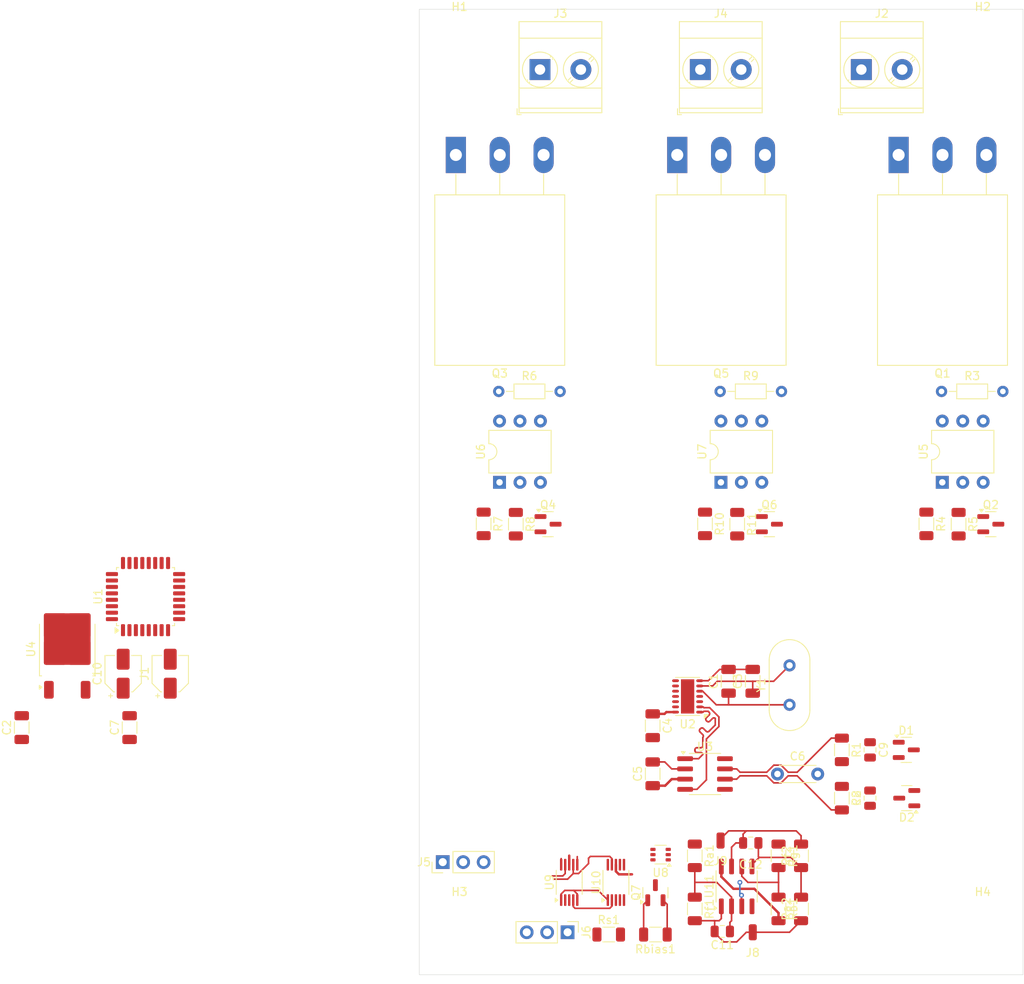
<source format=kicad_pcb>
(kicad_pcb
	(version 20240108)
	(generator "pcbnew")
	(generator_version "8.0")
	(general
		(thickness 1.6)
		(legacy_teardrops no)
	)
	(paper "A4")
	(layers
		(0 "F.Cu" signal)
		(31 "B.Cu" signal)
		(32 "B.Adhes" user "B.Adhesive")
		(33 "F.Adhes" user "F.Adhesive")
		(34 "B.Paste" user)
		(35 "F.Paste" user)
		(36 "B.SilkS" user "B.Silkscreen")
		(37 "F.SilkS" user "F.Silkscreen")
		(38 "B.Mask" user)
		(39 "F.Mask" user)
		(40 "Dwgs.User" user "User.Drawings")
		(41 "Cmts.User" user "User.Comments")
		(42 "Eco1.User" user "User.Eco1")
		(43 "Eco2.User" user "User.Eco2")
		(44 "Edge.Cuts" user)
		(45 "Margin" user)
		(46 "B.CrtYd" user "B.Courtyard")
		(47 "F.CrtYd" user "F.Courtyard")
		(48 "B.Fab" user)
		(49 "F.Fab" user)
		(50 "User.1" user)
		(51 "User.2" user)
		(52 "User.3" user)
		(53 "User.4" user)
		(54 "User.5" user)
		(55 "User.6" user)
		(56 "User.7" user)
		(57 "User.8" user)
		(58 "User.9" user)
	)
	(setup
		(pad_to_mask_clearance 0)
		(allow_soldermask_bridges_in_footprints no)
		(pcbplotparams
			(layerselection 0x00010fc_ffffffff)
			(plot_on_all_layers_selection 0x0000000_00000000)
			(disableapertmacros no)
			(usegerberextensions no)
			(usegerberattributes yes)
			(usegerberadvancedattributes yes)
			(creategerberjobfile yes)
			(dashed_line_dash_ratio 12.000000)
			(dashed_line_gap_ratio 3.000000)
			(svgprecision 4)
			(plotframeref no)
			(viasonmask no)
			(mode 1)
			(useauxorigin no)
			(hpglpennumber 1)
			(hpglpenspeed 20)
			(hpglpendiameter 15.000000)
			(pdf_front_fp_property_popups yes)
			(pdf_back_fp_property_popups yes)
			(dxfpolygonmode yes)
			(dxfimperialunits yes)
			(dxfusepcbnewfont yes)
			(psnegative no)
			(psa4output no)
			(plotreference yes)
			(plotvalue yes)
			(plotfptext yes)
			(plotinvisibletext no)
			(sketchpadsonfab no)
			(subtractmaskfromsilk no)
			(outputformat 1)
			(mirror no)
			(drillshape 1)
			(scaleselection 1)
			(outputdirectory "")
		)
	)
	(net 0 "")
	(net 1 "Net-(U2-OSC2)")
	(net 2 "GND")
	(net 3 "+3.3V")
	(net 4 "Net-(U2-OSC1)")
	(net 5 "Net-(C6-Pad2)")
	(net 6 "+5VD")
	(net 7 "/Temp/V_TEMP")
	(net 8 "Net-(U11A--)")
	(net 9 "Net-(U11B-+)")
	(net 10 "unconnected-(D1-A-Pad3)")
	(net 11 "unconnected-(D2-A-Pad3)")
	(net 12 "/PowerOutout/High_Voltage_Out")
	(net 13 "/PowerOutout/High_Voltage_L")
	(net 14 "/PowerOutout1/High_Voltage_L")
	(net 15 "/PowerOutout1/High_Voltage_Out")
	(net 16 "/PowerOutout2/High_Voltage_L")
	(net 17 "/PowerOutout2/High_Voltage_Out")
	(net 18 "Net-(J5-Pin_2)")
	(net 19 "Net-(J5-Pin_1)")
	(net 20 "Net-(J6-Pin_1)")
	(net 21 "Net-(J6-Pin_2)")
	(net 22 "Net-(Q1-G)")
	(net 23 "Net-(Q2-B)")
	(net 24 "Net-(Q2-C)")
	(net 25 "Net-(Q3-G)")
	(net 26 "Net-(Q4-B)")
	(net 27 "Net-(Q4-C)")
	(net 28 "Net-(Q5-G)")
	(net 29 "Net-(Q6-C)")
	(net 30 "Net-(Q6-B)")
	(net 31 "Net-(R3-Pad1)")
	(net 32 "Net-(R4-Pad1)")
	(net 33 "+3V3")
	(net 34 "/PowerOutout/Enable")
	(net 35 "Net-(R6-Pad1)")
	(net 36 "Net-(R7-Pad1)")
	(net 37 "/PowerOutout1/Enable")
	(net 38 "Net-(R9-Pad1)")
	(net 39 "Net-(R10-Pad1)")
	(net 40 "/PowerOutout2/Enable")
	(net 41 "+3.3VA")
	(net 42 "Net-(U11B--)")
	(net 43 "unconnected-(U1-PA8-Pad18)")
	(net 44 "unconnected-(U1-PC15-Pad3)")
	(net 45 "SPI1_MOSI")
	(net 46 "SPI1_MISO")
	(net 47 "unconnected-(U1-PA11{slash}PA9-Pad22)")
	(net 48 "unconnected-(U1-PA10{slash}NC-Pad21)")
	(net 49 "unconnected-(U1-PA1-Pad8)")
	(net 50 "unconnected-(U1-PB7-Pad31)")
	(net 51 "unconnected-(U1-PB1-Pad16)")
	(net 52 "unconnected-(U1-PB3-Pad27)")
	(net 53 "I2C1_SCL")
	(net 54 "unconnected-(U1-PB5-Pad29)")
	(net 55 "unconnected-(U1-PA3-Pad10)")
	(net 56 "unconnected-(U1-PA15-Pad26)")
	(net 57 "unconnected-(U1-PA12{slash}PA10-Pad23)")
	(net 58 "SWDIO")
	(net 59 "SPI1_SCK")
	(net 60 "unconnected-(U1-PB4-Pad28)")
	(net 61 "unconnected-(U1-PB0-Pad15)")
	(net 62 "unconnected-(U1-PB6-Pad30)")
	(net 63 "unconnected-(U1-PA4-Pad11)")
	(net 64 "unconnected-(U1-PA9{slash}NC-Pad19)")
	(net 65 "SWDCLK")
	(net 66 "unconnected-(U1-PC14-Pad2)")
	(net 67 "unconnected-(U1-PB2-Pad17)")
	(net 68 "NRST")
	(net 69 "I2C1_SDA")
	(net 70 "unconnected-(U1-PA0-Pad7)")
	(net 71 "unconnected-(U1-PA2-Pad9)")
	(net 72 "unconnected-(U1-PC6-Pad20)")
	(net 73 "unconnected-(U2-CLKO{slash}SOF-Pad3)")
	(net 74 "unconnected-(U2-~{INT0}{slash}GPIO0{slash}XSTBY-Pad9)")
	(net 75 "unconnected-(U2-~{INT}-Pad4)")
	(net 76 "unconnected-(U2-~{CS}-Pad13)")
	(net 77 "unconnected-(U2-~{INT1}{slash}GPIO1-Pad8)")
	(net 78 "unconnected-(U3-STBY-Pad8)")
	(net 79 "unconnected-(U3-Vio-Pad5)")
	(net 80 "unconnected-(U5-NC-Pad3)")
	(net 81 "unconnected-(U5-NC-Pad5)")
	(net 82 "unconnected-(U6-NC-Pad5)")
	(net 83 "unconnected-(U6-NC-Pad3)")
	(net 84 "unconnected-(U7-NC-Pad3)")
	(net 85 "unconnected-(U7-NC-Pad5)")
	(net 86 "Net-(J8-Pin_1)")
	(net 87 "Net-(Q7-B)")
	(net 88 "Net-(Q7-E)")
	(net 89 "Net-(Ra1-Pad1)")
	(net 90 "/Temp/CH_SEL")
	(net 91 "Net-(U11A-+)")
	(net 92 "GNDA")
	(net 93 "Net-(U8-A)")
	(net 94 "/CAN-")
	(net 95 "/CAN+")
	(net 96 "unconnected-(U10-Pad6)")
	(net 97 "unconnected-(U10-Pad7)")
	(net 98 "unconnected-(U10-Pad4)")
	(net 99 "unconnected-(U10-Pad5)")
	(net 100 "/RXCAN-")
	(net 101 "/RXCAN+")
	(footprint "Capacitor_SMD:C_1206_3216Metric" (layer "F.Cu") (at 59.02 149.28 90))
	(footprint "Package_TO_SOT_SMD:SOT-23" (layer "F.Cu") (at 155.5 152.05))
	(footprint "Capacitor_SMD:C_1206_3216Metric" (layer "F.Cu") (at 124 155.025 90))
	(footprint "Package_DIP:DIP-6_W7.62mm" (layer "F.Cu") (at 132.475 118.8 90))
	(footprint "MountingHole:MountingHole_4.3mm_M4" (layer "F.Cu") (at 100 65))
	(footprint "Package_TO_SOT_SMD:SOT-23" (layer "F.Cu") (at 155.5625 158.05 180))
	(footprint "MountingHole:MountingHole_4.3mm_M4" (layer "F.Cu") (at 165 175))
	(footprint "TerminalBlock_Phoenix:TerminalBlock_Phoenix_MKDS-3-2-5.08_1x02_P5.08mm_Horizontal" (layer "F.Cu") (at 129.92 67.5))
	(footprint "Resistor_SMD:R_1206_3216Metric" (layer "F.Cu") (at 130.5 123.9625 -90))
	(footprint "Connector_PinHeader_2.54mm:PinHeader_1x03_P2.54mm_Vertical" (layer "F.Cu") (at 113.43125 174.71875 -90))
	(footprint "TerminalBlock_Phoenix:TerminalBlock_Phoenix_MKDS-3-2-5.08_1x02_P5.08mm_Horizontal" (layer "F.Cu") (at 149.92 67.5))
	(footprint "Connector_Wire:SolderWirePad_1x01_SMD_1x2mm" (layer "F.Cu") (at 132.43125 163.31875 180))
	(footprint "Resistor_SMD:R_1206_3216Metric" (layer "F.Cu") (at 129.23125 165.21875 -90))
	(footprint "Capacitor_SMD:C_0805_2012Metric" (layer "F.Cu") (at 151 152.05 -90))
	(footprint "Package_SO:VSSOP-10_3x3mm_P0.5mm" (layer "F.Cu") (at 113.63125 168.51875 90))
	(footprint "Capacitor_SMD:C_0805_2012Metric" (layer "F.Cu") (at 136.18125 163.61875 180))
	(footprint "Package_TO_SOT_SMD:TO-252-2" (layer "F.Cu") (at 51.275 139.54 90))
	(footprint "Package_TO_SOT_THT:TO-247-3_Horizontal_TabUp" (layer "F.Cu") (at 99.55 78.11))
	(footprint "Connector_PinHeader_2.54mm:PinHeader_1x03_P2.54mm_Vertical" (layer "F.Cu") (at 97.92 166 90))
	(footprint "Resistor_SMD:R_1206_3216Metric" (layer "F.Cu") (at 142.43125 171.81875 90))
	(footprint "TerminalBlock_Phoenix:TerminalBlock_Phoenix_MKDS-3-2-5.08_1x02_P5.08mm_Horizontal" (layer "F.Cu") (at 110 67.5))
	(footprint "Resistor_SMD:R_1206_3216Metric" (layer "F.Cu") (at 139.63125 165.21875 -90))
	(footprint "Resistor_SMD:R_1206_3216Metric" (layer "F.Cu") (at 118.5375 175))
	(footprint "Capacitor_SMD:C_1206_3216Metric" (layer "F.Cu") (at 45.62 149.28 90))
	(footprint "Resistor_THT:R_Axial_DIN0204_L3.6mm_D1.6mm_P7.62mm_Horizontal" (layer "F.Cu") (at 159.88 107.5))
	(footprint "Crystal:Crystal_HC18-U_Vertical" (layer "F.Cu") (at 141 146.45 90))
	(footprint "Package_TO_SOT_SMD:SOT-363_SC-70-6" (layer "F.Cu") (at 124.98125 165.06875 180))
	(footprint "Capacitor_SMD:C_0805_2012Metric" (layer "F.Cu") (at 132.64625 174.61875 180))
	(footprint "Resistor_SMD:R_1206_3216Metric" (layer "F.Cu") (at 139.63125 171.81875 -90))
	(footprint "Resistor_SMD:R_1206_3216Metric" (layer "F.Cu") (at 134.5 124 -90))
	(footprint "Connector_Wire:SolderWirePad_1x01_SMD_1x2mm" (layer "F.Cu") (at 136.43125 174.71875 180))
	(footprint "Capacitor_SMD:C_1206_3216Metric" (layer "F.Cu") (at 136.425 143.525 90))
	(footprint "Capacitor_THT:C_Disc_D4.3mm_W1.9mm_P5.00mm" (layer "F.Cu") (at 139.5 155.05))
	(footprint "Package_SO:SOIC-8_3.9x4.9mm_P1.27mm" (layer "F.Cu") (at 130.5 155.05))
	(footprint "Capacitor_SMD:C_1206_3216Metric" (layer "F.Cu") (at 133.425 143.525 90))
	(footprint "MountingHole:MountingHole_4.3mm_M4" (layer "F.Cu") (at 100 175))
	(footprint "Package_DFN_QFN:DFN-14-1EP_3x4.5mm_P0.65mm_EP1.65x4.25mm" (layer "F.Cu") (at 128.3375 145.40625 180))
	(footprint "Package_TO_SOT_SMD:SOT-23"
		(layer "F.Cu")
		(uuid "9877d13c-dfc7-491e-bc91-3150a39d3e92")
		(at 166 124)
		(descr "SOT, 3 Pin (https://www.jedec.org/system/files/docs/to-236h.pdf variant AB), generated with kicad-footprint-generator ipc_gullwing_generator.py")
		(tags "SOT TO_SOT_SMD")
		(property "Reference" "Q2"
			(at 0 -2.4 360)
			(layer "F.SilkS")
			(uuid "5e4e2073-4271-4953-a4d1-d674b4b7a8f9")
			(effects
				(font
					(size 1 1)
					(thickness 0.15)
				)
			)
		)
		(property "Value" "BC818"
			(at 0 2.4 360)
			(layer "F.Fab")
			(uuid "c28cb3ab-9cab-4e53-81e2-73eed1bc5d33")
			(effects
				(font
					(size 1 1)
					(thickness 0.15)
				)
			)
		)
		(property "Footprint" "Package_TO_SOT_SMD:SOT-23"
			(at 0 0 0)
			(unlocked yes)
			(layer "F.Fab")
			(hide yes)
			(uuid "b528e2a5-5bf6-4905-821b-0be2b82e13f4")
			(effects
				(font
					(size 1.27 1.27)
					(thickness 0.15)
				)
			)
		)
		(property "Datasheet" "https://www.onsemi.com/pub/Collateral/BC818-D.pdf"
			(at 0 0 0)
			(unlocked yes)
			(layer "F.Fab")
			(hide yes)
			(uuid "5e6bcb9b-913a-457e-99b6-de17406bdf2d")
			(effects
				(font
					(size 1.27 1.27)
					(thickness 0.15)
				)
			)
		)
		(property "Description" ""
			(at 0 0 0)
			(unlocked yes)
			(layer "F.Fab")
			(hide yes)
			(uuid "3f76fdb8-79b6-41c6-a7cb-af1c36d02ab6")
			(effects
				(font
					(size 1.27 1.27)
					(thickness 0.15)
				)
			)
		)
		(property ki_fp_filters "SOT?23*")
		(path "/46c4df81-5e25-481e-bfba-f36f4f1d08c3/18d659e9-a7de-4abf-99dc-38a9e3196c1f")
		(sheetname "PowerOutout")
		(sheetfile "untitled.kicad_sch")
		(attr smd)
		(fp_line
			(start 0 -1.56)
			(end -0.65 -1.56)
			(stroke
				(width 0.12)
				(type solid)
			)
			(layer "F.SilkS")
			(uuid "d95554c0-1c48-4951-a60d-015fea3e14fe")
		)
		(fp_line
			(start 0 -1.56)
			(end 0.65 -1.56)
			(stroke
				(width 0.12)
				(type solid)
			)
			(layer "
... [184078 chars truncated]
</source>
